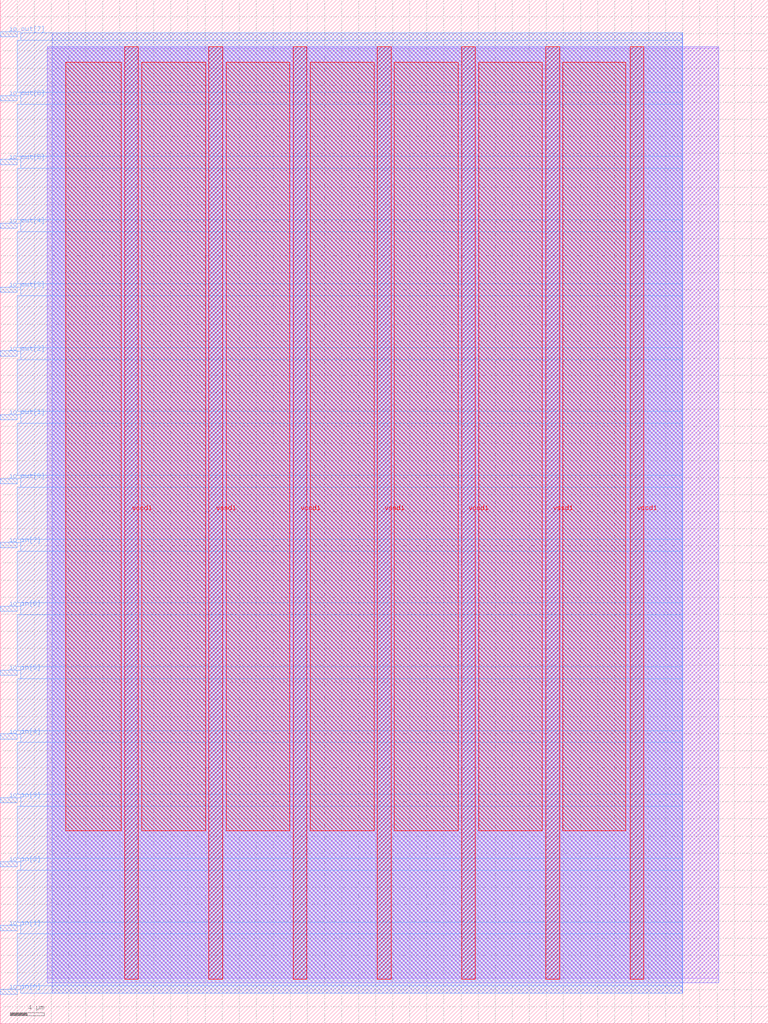
<source format=lef>
VERSION 5.7 ;
  NOWIREEXTENSIONATPIN ON ;
  DIVIDERCHAR "/" ;
  BUSBITCHARS "[]" ;
MACRO user_module_341620484740219475
  CLASS BLOCK ;
  FOREIGN user_module_341620484740219475 ;
  ORIGIN 0.000 0.000 ;
  SIZE 90.000 BY 120.000 ;
  PIN io_in[0]
    DIRECTION INPUT ;
    USE SIGNAL ;
    PORT
      LAYER met3 ;
        RECT 0.000 3.440 2.000 4.040 ;
    END
  END io_in[0]
  PIN io_in[1]
    DIRECTION INPUT ;
    USE SIGNAL ;
    PORT
      LAYER met3 ;
        RECT 0.000 10.920 2.000 11.520 ;
    END
  END io_in[1]
  PIN io_in[2]
    DIRECTION INPUT ;
    USE SIGNAL ;
    PORT
      LAYER met3 ;
        RECT 0.000 18.400 2.000 19.000 ;
    END
  END io_in[2]
  PIN io_in[3]
    DIRECTION INPUT ;
    USE SIGNAL ;
    PORT
      LAYER met3 ;
        RECT 0.000 25.880 2.000 26.480 ;
    END
  END io_in[3]
  PIN io_in[4]
    DIRECTION INPUT ;
    USE SIGNAL ;
    PORT
      LAYER met3 ;
        RECT 0.000 33.360 2.000 33.960 ;
    END
  END io_in[4]
  PIN io_in[5]
    DIRECTION INPUT ;
    USE SIGNAL ;
    PORT
      LAYER met3 ;
        RECT 0.000 40.840 2.000 41.440 ;
    END
  END io_in[5]
  PIN io_in[6]
    DIRECTION INPUT ;
    USE SIGNAL ;
    PORT
      LAYER met3 ;
        RECT 0.000 48.320 2.000 48.920 ;
    END
  END io_in[6]
  PIN io_in[7]
    DIRECTION INPUT ;
    USE SIGNAL ;
    PORT
      LAYER met3 ;
        RECT 0.000 55.800 2.000 56.400 ;
    END
  END io_in[7]
  PIN io_out[0]
    DIRECTION OUTPUT TRISTATE ;
    USE SIGNAL ;
    PORT
      LAYER met3 ;
        RECT 0.000 63.280 2.000 63.880 ;
    END
  END io_out[0]
  PIN io_out[1]
    DIRECTION OUTPUT TRISTATE ;
    USE SIGNAL ;
    PORT
      LAYER met3 ;
        RECT 0.000 70.760 2.000 71.360 ;
    END
  END io_out[1]
  PIN io_out[2]
    DIRECTION OUTPUT TRISTATE ;
    USE SIGNAL ;
    PORT
      LAYER met3 ;
        RECT 0.000 78.240 2.000 78.840 ;
    END
  END io_out[2]
  PIN io_out[3]
    DIRECTION OUTPUT TRISTATE ;
    USE SIGNAL ;
    PORT
      LAYER met3 ;
        RECT 0.000 85.720 2.000 86.320 ;
    END
  END io_out[3]
  PIN io_out[4]
    DIRECTION OUTPUT TRISTATE ;
    USE SIGNAL ;
    PORT
      LAYER met3 ;
        RECT 0.000 93.200 2.000 93.800 ;
    END
  END io_out[4]
  PIN io_out[5]
    DIRECTION OUTPUT TRISTATE ;
    USE SIGNAL ;
    PORT
      LAYER met3 ;
        RECT 0.000 100.680 2.000 101.280 ;
    END
  END io_out[5]
  PIN io_out[6]
    DIRECTION OUTPUT TRISTATE ;
    USE SIGNAL ;
    PORT
      LAYER met3 ;
        RECT 0.000 108.160 2.000 108.760 ;
    END
  END io_out[6]
  PIN io_out[7]
    DIRECTION OUTPUT TRISTATE ;
    USE SIGNAL ;
    PORT
      LAYER met3 ;
        RECT 0.000 115.640 2.000 116.240 ;
    END
  END io_out[7]
  PIN vccd1
    DIRECTION INOUT ;
    USE POWER ;
    PORT
      LAYER met4 ;
        RECT 14.590 5.200 16.190 114.480 ;
    END
    PORT
      LAYER met4 ;
        RECT 34.330 5.200 35.930 114.480 ;
    END
    PORT
      LAYER met4 ;
        RECT 54.070 5.200 55.670 114.480 ;
    END
    PORT
      LAYER met4 ;
        RECT 73.810 5.200 75.410 114.480 ;
    END
  END vccd1
  PIN vssd1
    DIRECTION INOUT ;
    USE GROUND ;
    PORT
      LAYER met4 ;
        RECT 24.460 5.200 26.060 114.480 ;
    END
    PORT
      LAYER met4 ;
        RECT 44.200 5.200 45.800 114.480 ;
    END
    PORT
      LAYER met4 ;
        RECT 63.940 5.200 65.540 114.480 ;
    END
  END vssd1
  OBS
      LAYER li1 ;
        RECT 5.520 5.355 84.180 114.325 ;
      LAYER met1 ;
        RECT 5.520 4.800 84.180 114.480 ;
      LAYER met2 ;
        RECT 6.080 3.555 79.950 116.125 ;
      LAYER met3 ;
        RECT 2.400 115.240 79.975 116.105 ;
        RECT 2.000 109.160 79.975 115.240 ;
        RECT 2.400 107.760 79.975 109.160 ;
        RECT 2.000 101.680 79.975 107.760 ;
        RECT 2.400 100.280 79.975 101.680 ;
        RECT 2.000 94.200 79.975 100.280 ;
        RECT 2.400 92.800 79.975 94.200 ;
        RECT 2.000 86.720 79.975 92.800 ;
        RECT 2.400 85.320 79.975 86.720 ;
        RECT 2.000 79.240 79.975 85.320 ;
        RECT 2.400 77.840 79.975 79.240 ;
        RECT 2.000 71.760 79.975 77.840 ;
        RECT 2.400 70.360 79.975 71.760 ;
        RECT 2.000 64.280 79.975 70.360 ;
        RECT 2.400 62.880 79.975 64.280 ;
        RECT 2.000 56.800 79.975 62.880 ;
        RECT 2.400 55.400 79.975 56.800 ;
        RECT 2.000 49.320 79.975 55.400 ;
        RECT 2.400 47.920 79.975 49.320 ;
        RECT 2.000 41.840 79.975 47.920 ;
        RECT 2.400 40.440 79.975 41.840 ;
        RECT 2.000 34.360 79.975 40.440 ;
        RECT 2.400 32.960 79.975 34.360 ;
        RECT 2.000 26.880 79.975 32.960 ;
        RECT 2.400 25.480 79.975 26.880 ;
        RECT 2.000 19.400 79.975 25.480 ;
        RECT 2.400 18.000 79.975 19.400 ;
        RECT 2.000 11.920 79.975 18.000 ;
        RECT 2.400 10.520 79.975 11.920 ;
        RECT 2.000 4.440 79.975 10.520 ;
        RECT 2.400 3.575 79.975 4.440 ;
      LAYER met4 ;
        RECT 7.655 22.615 14.190 112.705 ;
        RECT 16.590 22.615 24.060 112.705 ;
        RECT 26.460 22.615 33.930 112.705 ;
        RECT 36.330 22.615 43.800 112.705 ;
        RECT 46.200 22.615 53.670 112.705 ;
        RECT 56.070 22.615 63.540 112.705 ;
        RECT 65.940 22.615 73.305 112.705 ;
  END
END user_module_341620484740219475
END LIBRARY


</source>
